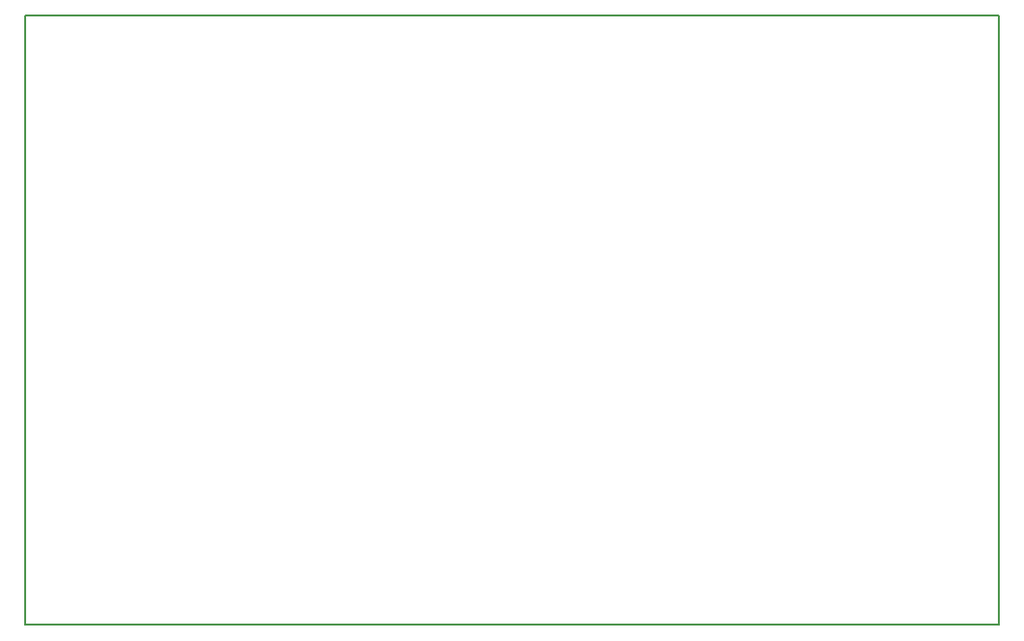
<source format=gbr>
From c3ca4f95bd59f69d45e582a4149327f57a360760 Mon Sep 17 00:00:00 2001
From: jaseg <git@jaseg.de>
Date: Sun, 30 Jan 2022 20:11:38 +0100
Subject: Rename gerbonara/gerber package to just gerbonara

---
 .../resources/diptrace/mainboard_BoardOutline.gbr     | 19 -------------------
 1 file changed, 19 deletions(-)
 delete mode 100644 gerbonara/gerber/tests/resources/diptrace/mainboard_BoardOutline.gbr

(limited to 'gerbonara/gerber/tests/resources/diptrace/mainboard_BoardOutline.gbr')

diff --git a/gerbonara/gerber/tests/resources/diptrace/mainboard_BoardOutline.gbr b/gerbonara/gerber/tests/resources/diptrace/mainboard_BoardOutline.gbr
deleted file mode 100644
index cfd7dff..0000000
--- a/gerbonara/gerber/tests/resources/diptrace/mainboard_BoardOutline.gbr
+++ /dev/null
@@ -1,19 +0,0 @@
-G04 DipTrace 2.4.0.2*
-%INmainboard_BoardOutline.gbr*%
-%MOIN*%
-%ADD11C,0.0055*%
-%FSLAX44Y44*%
-G04*
-G70*
-G90*
-G75*
-G01*
-%LNBoardOutline*%
-%LPD*%
-X3937Y24937D2*
-D11*
-Y3937D1*
-X37500D1*
-Y24937D1*
-X3937D1*
-M02*
-- 
cgit 


</source>
